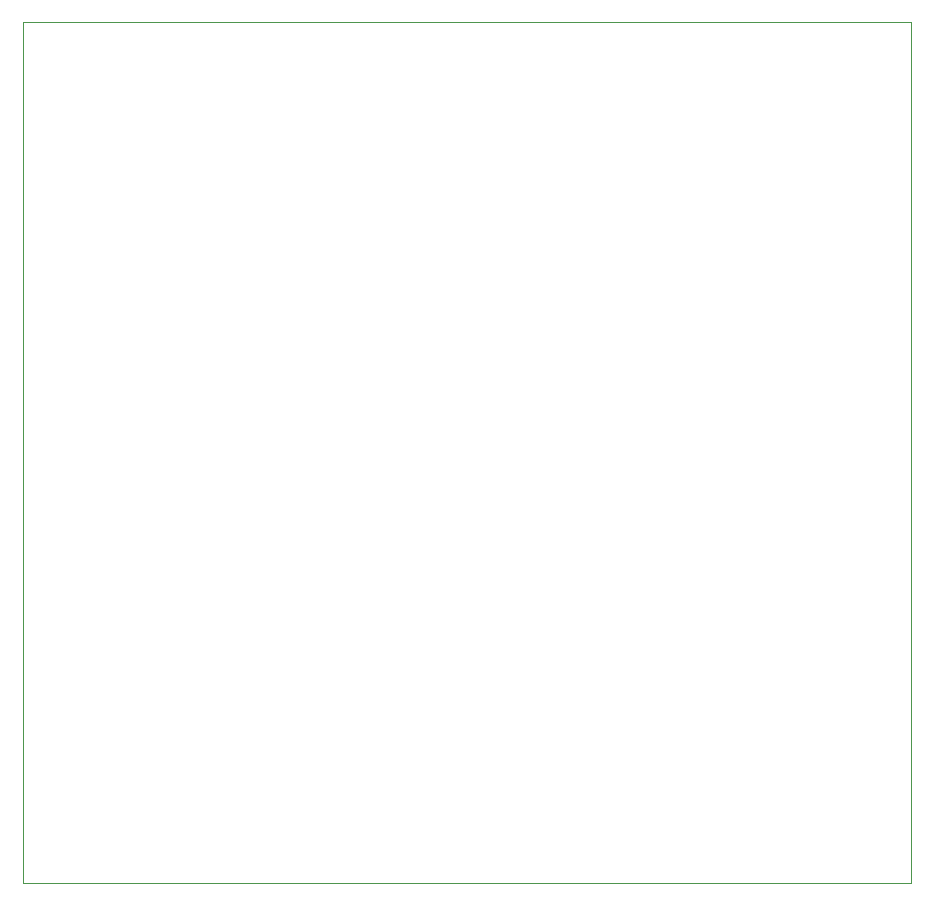
<source format=gbr>
G04 (created by PCBNEW (2013-07-07 BZR 4022)-stable) date 20/11/2014 9:19:33*
%MOIN*%
G04 Gerber Fmt 3.4, Leading zero omitted, Abs format*
%FSLAX34Y34*%
G01*
G70*
G90*
G04 APERTURE LIST*
%ADD10C,0.00590551*%
%ADD11C,0.00393701*%
G04 APERTURE END LIST*
G54D10*
G54D11*
X49350Y-24650D02*
X48900Y-24650D01*
X48900Y-53350D02*
X48900Y-24650D01*
X78500Y-53350D02*
X48900Y-53350D01*
X78500Y-24650D02*
X78500Y-53350D01*
X49350Y-24650D02*
X78500Y-24650D01*
M02*

</source>
